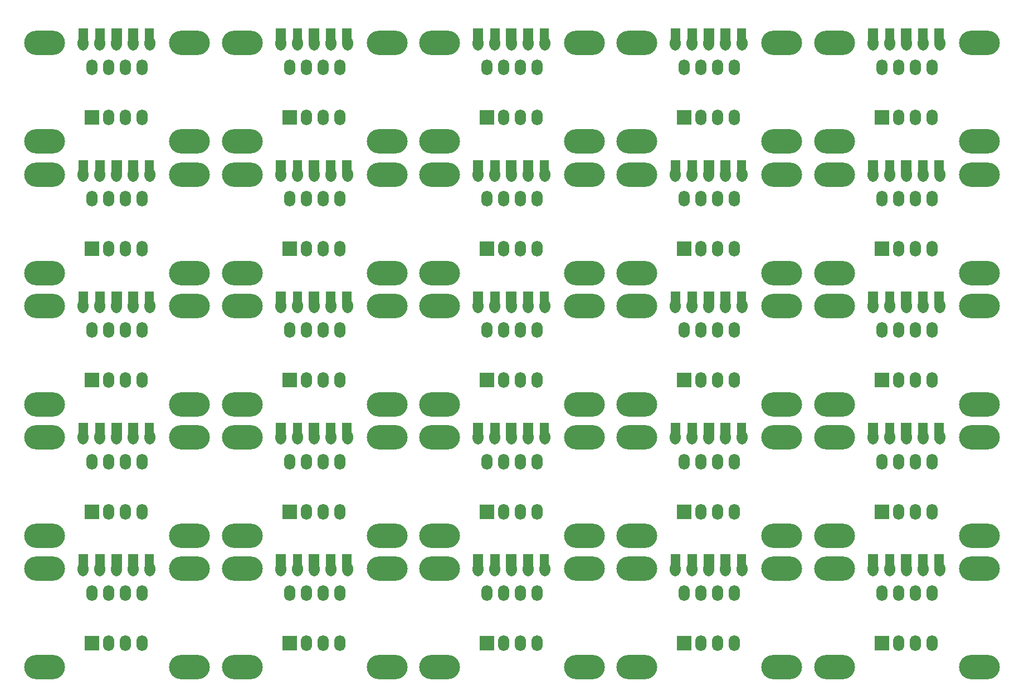
<source format=gbr>
G04 DipTrace 3.3.1.0*
G04 BottomMask.gbr*
%MOIN*%
G04 #@! TF.FileFunction,Soldermask,Bot*
G04 #@! TF.Part,Single*
%AMOUTLINE1*
4,1,20,
0.033492,0.0,
0.031934,-0.013115,
0.027369,-0.025062,
0.020111,-0.034739,
0.010696,-0.041135,
0.0,-0.043394,
-0.010696,-0.041135,
-0.020111,-0.034739,
-0.027369,-0.025062,
-0.031934,-0.013115,
-0.033492,0.0,
-0.031934,0.013115,
-0.027369,0.025062,
-0.020111,0.034739,
-0.010696,0.041135,
0.0,0.043394,
0.010696,0.041135,
0.020111,0.034739,
0.027369,0.025062,
0.031934,0.013115,
0.033492,0.0,
0*%
%ADD22O,0.244094X0.145669*%
%ADD24O,0.066929X0.094488*%
%ADD26R,0.086614X0.086614*%
%ADD32OUTLINE1*%
%FSLAX26Y26*%
G04*
G70*
G90*
G75*
G01*
G04 BotMask*
%LPD*%
D32*
X781201Y1081201D3*
X881201D3*
X981201D3*
X1081201D3*
X1181201D3*
D26*
X834252Y637402D3*
D24*
X934252D3*
X1034252D3*
X1134252D3*
Y937402D3*
X1034252D3*
X934252D3*
X834252D3*
D22*
X551181Y1082677D3*
X1417323D3*
X551181Y492126D3*
X1417323D3*
G36*
X751969Y1169291D2*
X811024D1*
Y1062992D1*
X751969D1*
Y1169291D1*
G37*
G36*
X854331D2*
X909449D1*
Y1062992D1*
X854331D1*
Y1169291D1*
G37*
G36*
X948819D2*
X1011811D1*
Y1066929D1*
X948819D1*
Y1169291D1*
G37*
G36*
X1051181D2*
X1110236D1*
Y1066929D1*
X1051181D1*
Y1169291D1*
G37*
G36*
X1149606D2*
X1204724D1*
Y1066929D1*
X1149606D1*
Y1169291D1*
G37*
D32*
X1962303Y1081201D3*
X2062303D3*
X2162303D3*
X2262303D3*
X2362303D3*
D26*
X2015354Y637402D3*
D24*
X2115354D3*
X2215354D3*
X2315354D3*
Y937402D3*
X2215354D3*
X2115354D3*
X2015354D3*
D22*
X1732283Y1082677D3*
X2598425D3*
X1732283Y492126D3*
X2598425D3*
G36*
X1933071Y1169291D2*
X1992126D1*
Y1062992D1*
X1933071D1*
Y1169291D1*
G37*
G36*
X2035433D2*
X2090551D1*
Y1062992D1*
X2035433D1*
Y1169291D1*
G37*
G36*
X2129921D2*
X2192913D1*
Y1066929D1*
X2129921D1*
Y1169291D1*
G37*
G36*
X2232283D2*
X2291339D1*
Y1066929D1*
X2232283D1*
Y1169291D1*
G37*
G36*
X2330709D2*
X2385827D1*
Y1066929D1*
X2330709D1*
Y1169291D1*
G37*
D32*
X3143406Y1081201D3*
X3243406D3*
X3343406D3*
X3443406D3*
X3543406D3*
D26*
X3196457Y637402D3*
D24*
X3296457D3*
X3396457D3*
X3496457D3*
Y937402D3*
X3396457D3*
X3296457D3*
X3196457D3*
D22*
X2913386Y1082677D3*
X3779528D3*
X2913386Y492126D3*
X3779528D3*
G36*
X3114173Y1169291D2*
X3173228D1*
Y1062992D1*
X3114173D1*
Y1169291D1*
G37*
G36*
X3216535D2*
X3271654D1*
Y1062992D1*
X3216535D1*
Y1169291D1*
G37*
G36*
X3311024D2*
X3374016D1*
Y1066929D1*
X3311024D1*
Y1169291D1*
G37*
G36*
X3413386D2*
X3472441D1*
Y1066929D1*
X3413386D1*
Y1169291D1*
G37*
G36*
X3511811D2*
X3566929D1*
Y1066929D1*
X3511811D1*
Y1169291D1*
G37*
D32*
X4324508Y1081201D3*
X4424508D3*
X4524508D3*
X4624508D3*
X4724508D3*
D26*
X4377559Y637402D3*
D24*
X4477559D3*
X4577559D3*
X4677559D3*
Y937402D3*
X4577559D3*
X4477559D3*
X4377559D3*
D22*
X4094488Y1082677D3*
X4960630D3*
X4094488Y492126D3*
X4960630D3*
G36*
X4295276Y1169291D2*
X4354331D1*
Y1062992D1*
X4295276D1*
Y1169291D1*
G37*
G36*
X4397638D2*
X4452756D1*
Y1062992D1*
X4397638D1*
Y1169291D1*
G37*
G36*
X4492126D2*
X4555118D1*
Y1066929D1*
X4492126D1*
Y1169291D1*
G37*
G36*
X4594488D2*
X4653543D1*
Y1066929D1*
X4594488D1*
Y1169291D1*
G37*
G36*
X4692913D2*
X4748031D1*
Y1066929D1*
X4692913D1*
Y1169291D1*
G37*
D32*
X5505610Y1081201D3*
X5605610D3*
X5705610D3*
X5805610D3*
X5905610D3*
D26*
X5558661Y637402D3*
D24*
X5658661D3*
X5758661D3*
X5858661D3*
Y937402D3*
X5758661D3*
X5658661D3*
X5558661D3*
D22*
X5275591Y1082677D3*
X6141732D3*
X5275591Y492126D3*
X6141732D3*
G36*
X5476378Y1169291D2*
X5535433D1*
Y1062992D1*
X5476378D1*
Y1169291D1*
G37*
G36*
X5578740D2*
X5633858D1*
Y1062992D1*
X5578740D1*
Y1169291D1*
G37*
G36*
X5673228D2*
X5736220D1*
Y1066929D1*
X5673228D1*
Y1169291D1*
G37*
G36*
X5775591D2*
X5834646D1*
Y1066929D1*
X5775591D1*
Y1169291D1*
G37*
G36*
X5874016D2*
X5929134D1*
Y1066929D1*
X5874016D1*
Y1169291D1*
G37*
D32*
X781201Y1868602D3*
X881201D3*
X981201D3*
X1081201D3*
X1181201D3*
D26*
X834252Y1424803D3*
D24*
X934252D3*
X1034252D3*
X1134252D3*
Y1724803D3*
X1034252D3*
X934252D3*
X834252D3*
D22*
X551181Y1870079D3*
X1417323D3*
X551181Y1279528D3*
X1417323D3*
G36*
X751969Y1956693D2*
X811024D1*
Y1850394D1*
X751969D1*
Y1956693D1*
G37*
G36*
X854331D2*
X909449D1*
Y1850394D1*
X854331D1*
Y1956693D1*
G37*
G36*
X948819D2*
X1011811D1*
Y1854331D1*
X948819D1*
Y1956693D1*
G37*
G36*
X1051181D2*
X1110236D1*
Y1854331D1*
X1051181D1*
Y1956693D1*
G37*
G36*
X1149606D2*
X1204724D1*
Y1854331D1*
X1149606D1*
Y1956693D1*
G37*
D32*
X1962303Y1868602D3*
X2062303D3*
X2162303D3*
X2262303D3*
X2362303D3*
D26*
X2015354Y1424803D3*
D24*
X2115354D3*
X2215354D3*
X2315354D3*
Y1724803D3*
X2215354D3*
X2115354D3*
X2015354D3*
D22*
X1732283Y1870079D3*
X2598425D3*
X1732283Y1279528D3*
X2598425D3*
G36*
X1933071Y1956693D2*
X1992126D1*
Y1850394D1*
X1933071D1*
Y1956693D1*
G37*
G36*
X2035433D2*
X2090551D1*
Y1850394D1*
X2035433D1*
Y1956693D1*
G37*
G36*
X2129921D2*
X2192913D1*
Y1854331D1*
X2129921D1*
Y1956693D1*
G37*
G36*
X2232283D2*
X2291339D1*
Y1854331D1*
X2232283D1*
Y1956693D1*
G37*
G36*
X2330709D2*
X2385827D1*
Y1854331D1*
X2330709D1*
Y1956693D1*
G37*
D32*
X3143406Y1868602D3*
X3243406D3*
X3343406D3*
X3443406D3*
X3543406D3*
D26*
X3196457Y1424803D3*
D24*
X3296457D3*
X3396457D3*
X3496457D3*
Y1724803D3*
X3396457D3*
X3296457D3*
X3196457D3*
D22*
X2913386Y1870079D3*
X3779528D3*
X2913386Y1279528D3*
X3779528D3*
G36*
X3114173Y1956693D2*
X3173228D1*
Y1850394D1*
X3114173D1*
Y1956693D1*
G37*
G36*
X3216535D2*
X3271654D1*
Y1850394D1*
X3216535D1*
Y1956693D1*
G37*
G36*
X3311024D2*
X3374016D1*
Y1854331D1*
X3311024D1*
Y1956693D1*
G37*
G36*
X3413386D2*
X3472441D1*
Y1854331D1*
X3413386D1*
Y1956693D1*
G37*
G36*
X3511811D2*
X3566929D1*
Y1854331D1*
X3511811D1*
Y1956693D1*
G37*
D32*
X4324508Y1868602D3*
X4424508D3*
X4524508D3*
X4624508D3*
X4724508D3*
D26*
X4377559Y1424803D3*
D24*
X4477559D3*
X4577559D3*
X4677559D3*
Y1724803D3*
X4577559D3*
X4477559D3*
X4377559D3*
D22*
X4094488Y1870079D3*
X4960630D3*
X4094488Y1279528D3*
X4960630D3*
G36*
X4295276Y1956693D2*
X4354331D1*
Y1850394D1*
X4295276D1*
Y1956693D1*
G37*
G36*
X4397638D2*
X4452756D1*
Y1850394D1*
X4397638D1*
Y1956693D1*
G37*
G36*
X4492126D2*
X4555118D1*
Y1854331D1*
X4492126D1*
Y1956693D1*
G37*
G36*
X4594488D2*
X4653543D1*
Y1854331D1*
X4594488D1*
Y1956693D1*
G37*
G36*
X4692913D2*
X4748031D1*
Y1854331D1*
X4692913D1*
Y1956693D1*
G37*
D32*
X5505610Y1868602D3*
X5605610D3*
X5705610D3*
X5805610D3*
X5905610D3*
D26*
X5558661Y1424803D3*
D24*
X5658661D3*
X5758661D3*
X5858661D3*
Y1724803D3*
X5758661D3*
X5658661D3*
X5558661D3*
D22*
X5275591Y1870079D3*
X6141732D3*
X5275591Y1279528D3*
X6141732D3*
G36*
X5476378Y1956693D2*
X5535433D1*
Y1850394D1*
X5476378D1*
Y1956693D1*
G37*
G36*
X5578740D2*
X5633858D1*
Y1850394D1*
X5578740D1*
Y1956693D1*
G37*
G36*
X5673228D2*
X5736220D1*
Y1854331D1*
X5673228D1*
Y1956693D1*
G37*
G36*
X5775591D2*
X5834646D1*
Y1854331D1*
X5775591D1*
Y1956693D1*
G37*
G36*
X5874016D2*
X5929134D1*
Y1854331D1*
X5874016D1*
Y1956693D1*
G37*
D32*
X781201Y2656004D3*
X881201D3*
X981201D3*
X1081201D3*
X1181201D3*
D26*
X834252Y2212205D3*
D24*
X934252D3*
X1034252D3*
X1134252D3*
Y2512205D3*
X1034252D3*
X934252D3*
X834252D3*
D22*
X551181Y2657480D3*
X1417323D3*
X551181Y2066929D3*
X1417323D3*
G36*
X751969Y2744094D2*
X811024D1*
Y2637795D1*
X751969D1*
Y2744094D1*
G37*
G36*
X854331D2*
X909449D1*
Y2637795D1*
X854331D1*
Y2744094D1*
G37*
G36*
X948819D2*
X1011811D1*
Y2641732D1*
X948819D1*
Y2744094D1*
G37*
G36*
X1051181D2*
X1110236D1*
Y2641732D1*
X1051181D1*
Y2744094D1*
G37*
G36*
X1149606D2*
X1204724D1*
Y2641732D1*
X1149606D1*
Y2744094D1*
G37*
D32*
X1962303Y2656004D3*
X2062303D3*
X2162303D3*
X2262303D3*
X2362303D3*
D26*
X2015354Y2212205D3*
D24*
X2115354D3*
X2215354D3*
X2315354D3*
Y2512205D3*
X2215354D3*
X2115354D3*
X2015354D3*
D22*
X1732283Y2657480D3*
X2598425D3*
X1732283Y2066929D3*
X2598425D3*
G36*
X1933071Y2744094D2*
X1992126D1*
Y2637795D1*
X1933071D1*
Y2744094D1*
G37*
G36*
X2035433D2*
X2090551D1*
Y2637795D1*
X2035433D1*
Y2744094D1*
G37*
G36*
X2129921D2*
X2192913D1*
Y2641732D1*
X2129921D1*
Y2744094D1*
G37*
G36*
X2232283D2*
X2291339D1*
Y2641732D1*
X2232283D1*
Y2744094D1*
G37*
G36*
X2330709D2*
X2385827D1*
Y2641732D1*
X2330709D1*
Y2744094D1*
G37*
D32*
X3143406Y2656004D3*
X3243406D3*
X3343406D3*
X3443406D3*
X3543406D3*
D26*
X3196457Y2212205D3*
D24*
X3296457D3*
X3396457D3*
X3496457D3*
Y2512205D3*
X3396457D3*
X3296457D3*
X3196457D3*
D22*
X2913386Y2657480D3*
X3779528D3*
X2913386Y2066929D3*
X3779528D3*
G36*
X3114173Y2744094D2*
X3173228D1*
Y2637795D1*
X3114173D1*
Y2744094D1*
G37*
G36*
X3216535D2*
X3271654D1*
Y2637795D1*
X3216535D1*
Y2744094D1*
G37*
G36*
X3311024D2*
X3374016D1*
Y2641732D1*
X3311024D1*
Y2744094D1*
G37*
G36*
X3413386D2*
X3472441D1*
Y2641732D1*
X3413386D1*
Y2744094D1*
G37*
G36*
X3511811D2*
X3566929D1*
Y2641732D1*
X3511811D1*
Y2744094D1*
G37*
D32*
X4324508Y2656004D3*
X4424508D3*
X4524508D3*
X4624508D3*
X4724508D3*
D26*
X4377559Y2212205D3*
D24*
X4477559D3*
X4577559D3*
X4677559D3*
Y2512205D3*
X4577559D3*
X4477559D3*
X4377559D3*
D22*
X4094488Y2657480D3*
X4960630D3*
X4094488Y2066929D3*
X4960630D3*
G36*
X4295276Y2744094D2*
X4354331D1*
Y2637795D1*
X4295276D1*
Y2744094D1*
G37*
G36*
X4397638D2*
X4452756D1*
Y2637795D1*
X4397638D1*
Y2744094D1*
G37*
G36*
X4492126D2*
X4555118D1*
Y2641732D1*
X4492126D1*
Y2744094D1*
G37*
G36*
X4594488D2*
X4653543D1*
Y2641732D1*
X4594488D1*
Y2744094D1*
G37*
G36*
X4692913D2*
X4748031D1*
Y2641732D1*
X4692913D1*
Y2744094D1*
G37*
D32*
X5505610Y2656004D3*
X5605610D3*
X5705610D3*
X5805610D3*
X5905610D3*
D26*
X5558661Y2212205D3*
D24*
X5658661D3*
X5758661D3*
X5858661D3*
Y2512205D3*
X5758661D3*
X5658661D3*
X5558661D3*
D22*
X5275591Y2657480D3*
X6141732D3*
X5275591Y2066929D3*
X6141732D3*
G36*
X5476378Y2744094D2*
X5535433D1*
Y2637795D1*
X5476378D1*
Y2744094D1*
G37*
G36*
X5578740D2*
X5633858D1*
Y2637795D1*
X5578740D1*
Y2744094D1*
G37*
G36*
X5673228D2*
X5736220D1*
Y2641732D1*
X5673228D1*
Y2744094D1*
G37*
G36*
X5775591D2*
X5834646D1*
Y2641732D1*
X5775591D1*
Y2744094D1*
G37*
G36*
X5874016D2*
X5929134D1*
Y2641732D1*
X5874016D1*
Y2744094D1*
G37*
D32*
X781201Y3443406D3*
X881201D3*
X981201D3*
X1081201D3*
X1181201D3*
D26*
X834252Y2999606D3*
D24*
X934252D3*
X1034252D3*
X1134252D3*
Y3299606D3*
X1034252D3*
X934252D3*
X834252D3*
D22*
X551181Y3444882D3*
X1417323D3*
X551181Y2854331D3*
X1417323D3*
G36*
X751969Y3531496D2*
X811024D1*
Y3425197D1*
X751969D1*
Y3531496D1*
G37*
G36*
X854331D2*
X909449D1*
Y3425197D1*
X854331D1*
Y3531496D1*
G37*
G36*
X948819D2*
X1011811D1*
Y3429134D1*
X948819D1*
Y3531496D1*
G37*
G36*
X1051181D2*
X1110236D1*
Y3429134D1*
X1051181D1*
Y3531496D1*
G37*
G36*
X1149606D2*
X1204724D1*
Y3429134D1*
X1149606D1*
Y3531496D1*
G37*
D32*
X1962303Y3443406D3*
X2062303D3*
X2162303D3*
X2262303D3*
X2362303D3*
D26*
X2015354Y2999606D3*
D24*
X2115354D3*
X2215354D3*
X2315354D3*
Y3299606D3*
X2215354D3*
X2115354D3*
X2015354D3*
D22*
X1732283Y3444882D3*
X2598425D3*
X1732283Y2854331D3*
X2598425D3*
G36*
X1933071Y3531496D2*
X1992126D1*
Y3425197D1*
X1933071D1*
Y3531496D1*
G37*
G36*
X2035433D2*
X2090551D1*
Y3425197D1*
X2035433D1*
Y3531496D1*
G37*
G36*
X2129921D2*
X2192913D1*
Y3429134D1*
X2129921D1*
Y3531496D1*
G37*
G36*
X2232283D2*
X2291339D1*
Y3429134D1*
X2232283D1*
Y3531496D1*
G37*
G36*
X2330709D2*
X2385827D1*
Y3429134D1*
X2330709D1*
Y3531496D1*
G37*
D32*
X3143406Y3443406D3*
X3243406D3*
X3343406D3*
X3443406D3*
X3543406D3*
D26*
X3196457Y2999606D3*
D24*
X3296457D3*
X3396457D3*
X3496457D3*
Y3299606D3*
X3396457D3*
X3296457D3*
X3196457D3*
D22*
X2913386Y3444882D3*
X3779528D3*
X2913386Y2854331D3*
X3779528D3*
G36*
X3114173Y3531496D2*
X3173228D1*
Y3425197D1*
X3114173D1*
Y3531496D1*
G37*
G36*
X3216535D2*
X3271654D1*
Y3425197D1*
X3216535D1*
Y3531496D1*
G37*
G36*
X3311024D2*
X3374016D1*
Y3429134D1*
X3311024D1*
Y3531496D1*
G37*
G36*
X3413386D2*
X3472441D1*
Y3429134D1*
X3413386D1*
Y3531496D1*
G37*
G36*
X3511811D2*
X3566929D1*
Y3429134D1*
X3511811D1*
Y3531496D1*
G37*
D32*
X4324508Y3443406D3*
X4424508D3*
X4524508D3*
X4624508D3*
X4724508D3*
D26*
X4377559Y2999606D3*
D24*
X4477559D3*
X4577559D3*
X4677559D3*
Y3299606D3*
X4577559D3*
X4477559D3*
X4377559D3*
D22*
X4094488Y3444882D3*
X4960630D3*
X4094488Y2854331D3*
X4960630D3*
G36*
X4295276Y3531496D2*
X4354331D1*
Y3425197D1*
X4295276D1*
Y3531496D1*
G37*
G36*
X4397638D2*
X4452756D1*
Y3425197D1*
X4397638D1*
Y3531496D1*
G37*
G36*
X4492126D2*
X4555118D1*
Y3429134D1*
X4492126D1*
Y3531496D1*
G37*
G36*
X4594488D2*
X4653543D1*
Y3429134D1*
X4594488D1*
Y3531496D1*
G37*
G36*
X4692913D2*
X4748031D1*
Y3429134D1*
X4692913D1*
Y3531496D1*
G37*
D32*
X5505610Y3443406D3*
X5605610D3*
X5705610D3*
X5805610D3*
X5905610D3*
D26*
X5558661Y2999606D3*
D24*
X5658661D3*
X5758661D3*
X5858661D3*
Y3299606D3*
X5758661D3*
X5658661D3*
X5558661D3*
D22*
X5275591Y3444882D3*
X6141732D3*
X5275591Y2854331D3*
X6141732D3*
G36*
X5476378Y3531496D2*
X5535433D1*
Y3425197D1*
X5476378D1*
Y3531496D1*
G37*
G36*
X5578740D2*
X5633858D1*
Y3425197D1*
X5578740D1*
Y3531496D1*
G37*
G36*
X5673228D2*
X5736220D1*
Y3429134D1*
X5673228D1*
Y3531496D1*
G37*
G36*
X5775591D2*
X5834646D1*
Y3429134D1*
X5775591D1*
Y3531496D1*
G37*
G36*
X5874016D2*
X5929134D1*
Y3429134D1*
X5874016D1*
Y3531496D1*
G37*
D32*
X781201Y4230807D3*
X881201D3*
X981201D3*
X1081201D3*
X1181201D3*
D26*
X834252Y3787008D3*
D24*
X934252D3*
X1034252D3*
X1134252D3*
Y4087008D3*
X1034252D3*
X934252D3*
X834252D3*
D22*
X551181Y4232283D3*
X1417323D3*
X551181Y3641732D3*
X1417323D3*
G36*
X751969Y4318898D2*
X811024D1*
Y4212598D1*
X751969D1*
Y4318898D1*
G37*
G36*
X854331D2*
X909449D1*
Y4212598D1*
X854331D1*
Y4318898D1*
G37*
G36*
X948819D2*
X1011811D1*
Y4216535D1*
X948819D1*
Y4318898D1*
G37*
G36*
X1051181D2*
X1110236D1*
Y4216535D1*
X1051181D1*
Y4318898D1*
G37*
G36*
X1149606D2*
X1204724D1*
Y4216535D1*
X1149606D1*
Y4318898D1*
G37*
D32*
X1962303Y4230807D3*
X2062303D3*
X2162303D3*
X2262303D3*
X2362303D3*
D26*
X2015354Y3787008D3*
D24*
X2115354D3*
X2215354D3*
X2315354D3*
Y4087008D3*
X2215354D3*
X2115354D3*
X2015354D3*
D22*
X1732283Y4232283D3*
X2598425D3*
X1732283Y3641732D3*
X2598425D3*
G36*
X1933071Y4318898D2*
X1992126D1*
Y4212598D1*
X1933071D1*
Y4318898D1*
G37*
G36*
X2035433D2*
X2090551D1*
Y4212598D1*
X2035433D1*
Y4318898D1*
G37*
G36*
X2129921D2*
X2192913D1*
Y4216535D1*
X2129921D1*
Y4318898D1*
G37*
G36*
X2232283D2*
X2291339D1*
Y4216535D1*
X2232283D1*
Y4318898D1*
G37*
G36*
X2330709D2*
X2385827D1*
Y4216535D1*
X2330709D1*
Y4318898D1*
G37*
D32*
X3143406Y4230807D3*
X3243406D3*
X3343406D3*
X3443406D3*
X3543406D3*
D26*
X3196457Y3787008D3*
D24*
X3296457D3*
X3396457D3*
X3496457D3*
Y4087008D3*
X3396457D3*
X3296457D3*
X3196457D3*
D22*
X2913386Y4232283D3*
X3779528D3*
X2913386Y3641732D3*
X3779528D3*
G36*
X3114173Y4318898D2*
X3173228D1*
Y4212598D1*
X3114173D1*
Y4318898D1*
G37*
G36*
X3216535D2*
X3271654D1*
Y4212598D1*
X3216535D1*
Y4318898D1*
G37*
G36*
X3311024D2*
X3374016D1*
Y4216535D1*
X3311024D1*
Y4318898D1*
G37*
G36*
X3413386D2*
X3472441D1*
Y4216535D1*
X3413386D1*
Y4318898D1*
G37*
G36*
X3511811D2*
X3566929D1*
Y4216535D1*
X3511811D1*
Y4318898D1*
G37*
D32*
X4324508Y4230807D3*
X4424508D3*
X4524508D3*
X4624508D3*
X4724508D3*
D26*
X4377559Y3787008D3*
D24*
X4477559D3*
X4577559D3*
X4677559D3*
Y4087008D3*
X4577559D3*
X4477559D3*
X4377559D3*
D22*
X4094488Y4232283D3*
X4960630D3*
X4094488Y3641732D3*
X4960630D3*
G36*
X4295276Y4318898D2*
X4354331D1*
Y4212598D1*
X4295276D1*
Y4318898D1*
G37*
G36*
X4397638D2*
X4452756D1*
Y4212598D1*
X4397638D1*
Y4318898D1*
G37*
G36*
X4492126D2*
X4555118D1*
Y4216535D1*
X4492126D1*
Y4318898D1*
G37*
G36*
X4594488D2*
X4653543D1*
Y4216535D1*
X4594488D1*
Y4318898D1*
G37*
G36*
X4692913D2*
X4748031D1*
Y4216535D1*
X4692913D1*
Y4318898D1*
G37*
D32*
X5505610Y4230807D3*
X5605610D3*
X5705610D3*
X5805610D3*
X5905610D3*
D26*
X5558661Y3787008D3*
D24*
X5658661D3*
X5758661D3*
X5858661D3*
Y4087008D3*
X5758661D3*
X5658661D3*
X5558661D3*
D22*
X5275591Y4232283D3*
X6141732D3*
X5275591Y3641732D3*
X6141732D3*
G36*
X5476378Y4318898D2*
X5535433D1*
Y4212598D1*
X5476378D1*
Y4318898D1*
G37*
G36*
X5578740D2*
X5633858D1*
Y4212598D1*
X5578740D1*
Y4318898D1*
G37*
G36*
X5673228D2*
X5736220D1*
Y4216535D1*
X5673228D1*
Y4318898D1*
G37*
G36*
X5775591D2*
X5834646D1*
Y4216535D1*
X5775591D1*
Y4318898D1*
G37*
G36*
X5874016D2*
X5929134D1*
Y4216535D1*
X5874016D1*
Y4318898D1*
G37*
M02*

</source>
